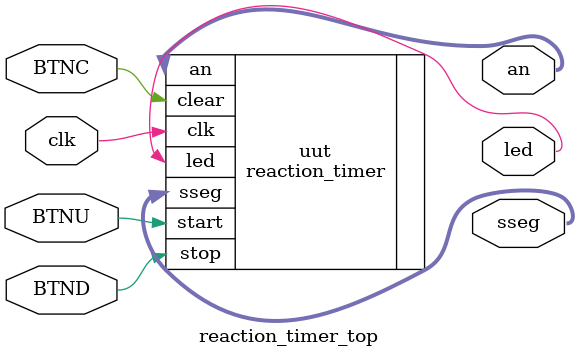
<source format=sv>
`timescale 1ns / 1ps


module reaction_timer_top(
    input clk,
    input BTNC,
    input BTND,
    input BTNU,
    output led,
    output [3:0] an,
    output [7:0] sseg
    );
    
    reaction_timer uut(
        .clk(clk),
        .clear(BTNC),
        .start(BTNU),
        .stop(BTND),
        .led(led),
        .an(an),
        .sseg(sseg)
    );
endmodule

</source>
